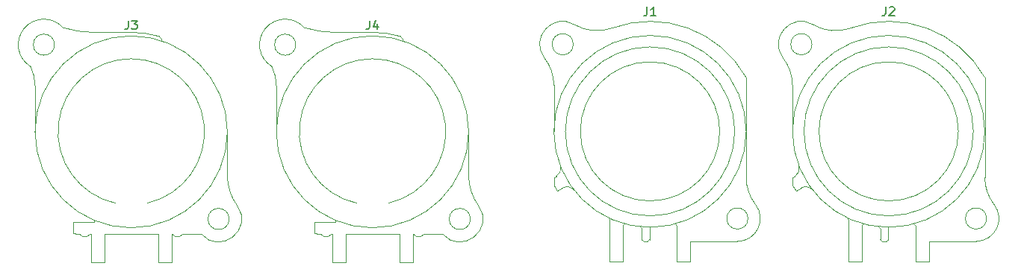
<source format=gbr>
%TF.GenerationSoftware,KiCad,Pcbnew,(7.0.0)*%
%TF.CreationDate,2023-11-09T23:31:26+01:00*%
%TF.ProjectId,xlr-inteface,786c722d-696e-4746-9566-6163652e6b69,rev?*%
%TF.SameCoordinates,Original*%
%TF.FileFunction,Legend,Top*%
%TF.FilePolarity,Positive*%
%FSLAX46Y46*%
G04 Gerber Fmt 4.6, Leading zero omitted, Abs format (unit mm)*
G04 Created by KiCad (PCBNEW (7.0.0)) date 2023-11-09 23:31:26*
%MOMM*%
%LPD*%
G01*
G04 APERTURE LIST*
%ADD10C,0.150000*%
%ADD11C,0.120000*%
G04 APERTURE END LIST*
D10*
%TO.C,J1*%
X96676666Y-21937380D02*
X96676666Y-22651666D01*
X96676666Y-22651666D02*
X96629047Y-22794523D01*
X96629047Y-22794523D02*
X96533809Y-22889761D01*
X96533809Y-22889761D02*
X96390952Y-22937380D01*
X96390952Y-22937380D02*
X96295714Y-22937380D01*
X97676666Y-22937380D02*
X97105238Y-22937380D01*
X97390952Y-22937380D02*
X97390952Y-21937380D01*
X97390952Y-21937380D02*
X97295714Y-22080238D01*
X97295714Y-22080238D02*
X97200476Y-22175476D01*
X97200476Y-22175476D02*
X97105238Y-22223095D01*
%TO.C,J4*%
X65214166Y-23487380D02*
X65214166Y-24201666D01*
X65214166Y-24201666D02*
X65166547Y-24344523D01*
X65166547Y-24344523D02*
X65071309Y-24439761D01*
X65071309Y-24439761D02*
X64928452Y-24487380D01*
X64928452Y-24487380D02*
X64833214Y-24487380D01*
X66118928Y-23820714D02*
X66118928Y-24487380D01*
X65880833Y-23439761D02*
X65642738Y-24154047D01*
X65642738Y-24154047D02*
X66261785Y-24154047D01*
%TO.C,J2*%
X123726666Y-21937380D02*
X123726666Y-22651666D01*
X123726666Y-22651666D02*
X123679047Y-22794523D01*
X123679047Y-22794523D02*
X123583809Y-22889761D01*
X123583809Y-22889761D02*
X123440952Y-22937380D01*
X123440952Y-22937380D02*
X123345714Y-22937380D01*
X124155238Y-22032619D02*
X124202857Y-21985000D01*
X124202857Y-21985000D02*
X124298095Y-21937380D01*
X124298095Y-21937380D02*
X124536190Y-21937380D01*
X124536190Y-21937380D02*
X124631428Y-21985000D01*
X124631428Y-21985000D02*
X124679047Y-22032619D01*
X124679047Y-22032619D02*
X124726666Y-22127857D01*
X124726666Y-22127857D02*
X124726666Y-22223095D01*
X124726666Y-22223095D02*
X124679047Y-22365952D01*
X124679047Y-22365952D02*
X124107619Y-22937380D01*
X124107619Y-22937380D02*
X124726666Y-22937380D01*
%TO.C,J3*%
X37864166Y-23487380D02*
X37864166Y-24201666D01*
X37864166Y-24201666D02*
X37816547Y-24344523D01*
X37816547Y-24344523D02*
X37721309Y-24439761D01*
X37721309Y-24439761D02*
X37578452Y-24487380D01*
X37578452Y-24487380D02*
X37483214Y-24487380D01*
X38245119Y-23487380D02*
X38864166Y-23487380D01*
X38864166Y-23487380D02*
X38530833Y-23868333D01*
X38530833Y-23868333D02*
X38673690Y-23868333D01*
X38673690Y-23868333D02*
X38768928Y-23915952D01*
X38768928Y-23915952D02*
X38816547Y-23963571D01*
X38816547Y-23963571D02*
X38864166Y-24058809D01*
X38864166Y-24058809D02*
X38864166Y-24296904D01*
X38864166Y-24296904D02*
X38816547Y-24392142D01*
X38816547Y-24392142D02*
X38768928Y-24439761D01*
X38768928Y-24439761D02*
X38673690Y-24487380D01*
X38673690Y-24487380D02*
X38387976Y-24487380D01*
X38387976Y-24487380D02*
X38292738Y-24439761D01*
X38292738Y-24439761D02*
X38245119Y-24392142D01*
D11*
%TO.C,J1*%
X86110000Y-36070000D02*
X86110000Y-30830000D01*
X86110000Y-41330000D02*
X86380000Y-41180000D01*
X86110000Y-42190000D02*
X86110000Y-41330000D01*
X86500000Y-42830000D02*
X86110000Y-42190000D01*
X87110000Y-42490000D02*
X86500000Y-42830000D01*
X92450000Y-46100000D02*
X92450000Y-50870000D01*
X93950000Y-50870000D02*
X92450000Y-50870000D01*
X93950000Y-50870000D02*
X93950000Y-46800000D01*
X96070000Y-47110000D02*
X96070000Y-48370000D01*
X96750000Y-48570000D02*
X96270000Y-48570000D01*
X96950000Y-46970000D02*
X96950000Y-48370000D01*
X100070000Y-46800000D02*
X100070000Y-46800000D01*
X100070000Y-50870000D02*
X100070000Y-46800000D01*
X101570000Y-48570000D02*
X106910000Y-48570000D01*
X101570000Y-50870000D02*
X100070000Y-50870000D01*
X101570000Y-50870000D02*
X101570000Y-48570000D01*
X107910000Y-41310000D02*
X107910000Y-29950000D01*
X86110000Y-30830000D02*
G75*
G03*
X85053311Y-27752431I-5009993J2D01*
G01*
X88440000Y-23940001D02*
G75*
G03*
X85058021Y-27760968I-1330000J-2229999D01*
G01*
X86380000Y-41179999D02*
G75*
G03*
X86850785Y-40021372I-480000J869999D01*
G01*
X88407798Y-42763832D02*
G75*
G03*
X87110000Y-42490000I-807798J-616169D01*
G01*
X92450000Y-46100000D02*
G75*
G03*
X92383636Y-45940864I-199996J10002D01*
G01*
X107910000Y-29950000D02*
G75*
G03*
X92690950Y-24339263I-10899999J-6119998D01*
G01*
X88440000Y-23940000D02*
G75*
G03*
X92701919Y-24336158I2550000J4310003D01*
G01*
X94141697Y-46590798D02*
G75*
G03*
X93950000Y-46800000I18304J-209202D01*
G01*
X96069999Y-47110000D02*
G75*
G03*
X95911582Y-46914371I-200001J-1D01*
G01*
X96070000Y-48370000D02*
G75*
G03*
X96270000Y-48570000I200001J1D01*
G01*
X96750000Y-48570000D02*
G75*
G03*
X96950000Y-48370000I-1J200001D01*
G01*
X100069999Y-46800000D02*
G75*
G03*
X99870991Y-46590289I-209999J0D01*
G01*
X106910000Y-48570000D02*
G75*
G03*
X108961619Y-44372858I0J2600000D01*
G01*
X107910000Y-41310000D02*
G75*
G03*
X108962470Y-44375283I4990000J0D01*
G01*
X88310000Y-26170000D02*
G75*
G03*
X88310000Y-26170000I-1200000J0D01*
G01*
X104910000Y-36070000D02*
G75*
G03*
X104910000Y-36070000I-7900000J0D01*
G01*
X106610000Y-36070000D02*
G75*
G03*
X106610000Y-36070000I-9600000J0D01*
G01*
X107910000Y-36070000D02*
G75*
G03*
X107910000Y-36070000I-10900000J0D01*
G01*
X108110000Y-45970000D02*
G75*
G03*
X108110000Y-45970000I-1200000J0D01*
G01*
%TO.C,J4*%
X54647500Y-30880000D02*
X54647500Y-36120000D01*
X58997500Y-47650000D02*
X58997500Y-46370000D01*
X58997500Y-47650000D02*
X59497500Y-47720000D01*
X59497500Y-47720000D02*
X59677500Y-47720000D01*
X60987500Y-47720000D02*
X60917500Y-47720000D01*
X60987500Y-47720000D02*
X60987500Y-50920000D01*
X61307500Y-46370000D02*
X58997500Y-46370000D01*
X61307500Y-46370000D02*
X61307500Y-46170000D01*
X62487500Y-47720000D02*
X62487500Y-50920000D01*
X62487500Y-47720000D02*
X68607500Y-47720000D01*
X62487500Y-50920000D02*
X60987500Y-50920000D01*
X65547500Y-24820000D02*
X61207500Y-24820000D01*
X68607500Y-47720000D02*
X68607500Y-50920000D01*
X68947500Y-25760000D02*
X68947500Y-25570000D01*
X70107500Y-47720000D02*
X70107500Y-50920000D01*
X70107500Y-47720000D02*
X70177500Y-47720000D01*
X70107500Y-50920000D02*
X68607500Y-50920000D01*
X71417500Y-47720000D02*
X73477500Y-47720000D01*
X76447500Y-41070000D02*
X76447500Y-36120000D01*
X57797499Y-24270001D02*
G75*
G03*
X54148535Y-28705578I-2149999J-1949999D01*
G01*
X54647499Y-30880000D02*
G75*
G03*
X54152884Y-28711705I-5000002J-1D01*
G01*
X59677500Y-47720000D02*
G75*
G03*
X60916979Y-47720769I620000J420000D01*
G01*
X57803049Y-24274695D02*
G75*
G03*
X61207500Y-24820000I3404456J10354724D01*
G01*
X67372709Y-44216586D02*
G75*
G03*
X63737500Y-44220000I-1825209J8096586D01*
G01*
X68737958Y-25279752D02*
G75*
G03*
X65547500Y-24820000I-3190458J-10840248D01*
G01*
X68947500Y-25570000D02*
G75*
G03*
X68741732Y-25282323I-290000J10000D01*
G01*
X70177500Y-47720000D02*
G75*
G03*
X71416979Y-47720769I620000J420000D01*
G01*
X76447501Y-41070000D02*
G75*
G03*
X77552777Y-44492002I5849999J0D01*
G01*
X73477500Y-47720000D02*
G75*
G03*
X77552843Y-44490807I1970000J1700000D01*
G01*
X56847500Y-26220000D02*
G75*
G03*
X56847500Y-26220000I-1200000J0D01*
G01*
X76447500Y-36120000D02*
G75*
G03*
X76447500Y-36120000I-10900000J0D01*
G01*
X76647500Y-46020000D02*
G75*
G03*
X76647500Y-46020000I-1200000J0D01*
G01*
%TO.C,J2*%
X113160000Y-36070000D02*
X113160000Y-30830000D01*
X113160000Y-41330000D02*
X113430000Y-41180000D01*
X113160000Y-42190000D02*
X113160000Y-41330000D01*
X113550000Y-42830000D02*
X113160000Y-42190000D01*
X114160000Y-42490000D02*
X113550000Y-42830000D01*
X119500000Y-46100000D02*
X119500000Y-50870000D01*
X121000000Y-50870000D02*
X119500000Y-50870000D01*
X121000000Y-50870000D02*
X121000000Y-46800000D01*
X123120000Y-47110000D02*
X123120000Y-48370000D01*
X123800000Y-48570000D02*
X123320000Y-48570000D01*
X124000000Y-46970000D02*
X124000000Y-48370000D01*
X127120000Y-46800000D02*
X127120000Y-46800000D01*
X127120000Y-50870000D02*
X127120000Y-46800000D01*
X128620000Y-48570000D02*
X133960000Y-48570000D01*
X128620000Y-50870000D02*
X127120000Y-50870000D01*
X128620000Y-50870000D02*
X128620000Y-48570000D01*
X134960000Y-41310000D02*
X134960000Y-29950000D01*
X113160000Y-30830000D02*
G75*
G03*
X112103311Y-27752431I-5009993J2D01*
G01*
X115490000Y-23940001D02*
G75*
G03*
X112108021Y-27760968I-1330000J-2229999D01*
G01*
X113430000Y-41179999D02*
G75*
G03*
X113900785Y-40021372I-480000J869999D01*
G01*
X115457798Y-42763832D02*
G75*
G03*
X114160000Y-42490000I-807798J-616169D01*
G01*
X119500000Y-46100000D02*
G75*
G03*
X119433636Y-45940864I-199996J10002D01*
G01*
X134960000Y-29950000D02*
G75*
G03*
X119740950Y-24339263I-10899999J-6119998D01*
G01*
X115490000Y-23940000D02*
G75*
G03*
X119751919Y-24336158I2550000J4310003D01*
G01*
X121191697Y-46590798D02*
G75*
G03*
X121000000Y-46800000I18304J-209202D01*
G01*
X123119999Y-47110000D02*
G75*
G03*
X122961582Y-46914371I-200001J-1D01*
G01*
X123120000Y-48370000D02*
G75*
G03*
X123320000Y-48570000I200001J1D01*
G01*
X123800000Y-48570000D02*
G75*
G03*
X124000000Y-48370000I-1J200001D01*
G01*
X127119999Y-46800000D02*
G75*
G03*
X126920991Y-46590289I-209999J0D01*
G01*
X133960000Y-48570000D02*
G75*
G03*
X136011619Y-44372858I0J2600000D01*
G01*
X134960000Y-41310000D02*
G75*
G03*
X136012470Y-44375283I4990000J0D01*
G01*
X115360000Y-26170000D02*
G75*
G03*
X115360000Y-26170000I-1200000J0D01*
G01*
X131960000Y-36070000D02*
G75*
G03*
X131960000Y-36070000I-7900000J0D01*
G01*
X133660000Y-36070000D02*
G75*
G03*
X133660000Y-36070000I-9600000J0D01*
G01*
X134960000Y-36070000D02*
G75*
G03*
X134960000Y-36070000I-10900000J0D01*
G01*
X135160000Y-45970000D02*
G75*
G03*
X135160000Y-45970000I-1200000J0D01*
G01*
%TO.C,J3*%
X27297500Y-30880000D02*
X27297500Y-36120000D01*
X31647500Y-47650000D02*
X31647500Y-46370000D01*
X31647500Y-47650000D02*
X32147500Y-47720000D01*
X32147500Y-47720000D02*
X32327500Y-47720000D01*
X33637500Y-47720000D02*
X33567500Y-47720000D01*
X33637500Y-47720000D02*
X33637500Y-50920000D01*
X33957500Y-46370000D02*
X31647500Y-46370000D01*
X33957500Y-46370000D02*
X33957500Y-46170000D01*
X35137500Y-47720000D02*
X35137500Y-50920000D01*
X35137500Y-47720000D02*
X41257500Y-47720000D01*
X35137500Y-50920000D02*
X33637500Y-50920000D01*
X38197500Y-24820000D02*
X33857500Y-24820000D01*
X41257500Y-47720000D02*
X41257500Y-50920000D01*
X41597500Y-25760000D02*
X41597500Y-25570000D01*
X42757500Y-47720000D02*
X42757500Y-50920000D01*
X42757500Y-47720000D02*
X42827500Y-47720000D01*
X42757500Y-50920000D02*
X41257500Y-50920000D01*
X44067500Y-47720000D02*
X46127500Y-47720000D01*
X49097500Y-41070000D02*
X49097500Y-36120000D01*
X30447499Y-24270001D02*
G75*
G03*
X26798535Y-28705578I-2149999J-1949999D01*
G01*
X27297499Y-30880000D02*
G75*
G03*
X26802884Y-28711705I-5000002J-1D01*
G01*
X32327500Y-47720000D02*
G75*
G03*
X33566979Y-47720769I620000J420000D01*
G01*
X30453049Y-24274695D02*
G75*
G03*
X33857500Y-24820000I3404456J10354724D01*
G01*
X40022709Y-44216586D02*
G75*
G03*
X36387500Y-44220000I-1825209J8096586D01*
G01*
X41387958Y-25279752D02*
G75*
G03*
X38197500Y-24820000I-3190458J-10840248D01*
G01*
X41597500Y-25570000D02*
G75*
G03*
X41391732Y-25282323I-290000J10000D01*
G01*
X42827500Y-47720000D02*
G75*
G03*
X44066979Y-47720769I620000J420000D01*
G01*
X49097501Y-41070000D02*
G75*
G03*
X50202777Y-44492002I5849999J0D01*
G01*
X46127500Y-47720000D02*
G75*
G03*
X50202843Y-44490807I1970000J1700000D01*
G01*
X29497500Y-26220000D02*
G75*
G03*
X29497500Y-26220000I-1200000J0D01*
G01*
X49097500Y-36120000D02*
G75*
G03*
X49097500Y-36120000I-10900000J0D01*
G01*
X49297500Y-46020000D02*
G75*
G03*
X49297500Y-46020000I-1200000J0D01*
G01*
%TD*%
M02*

</source>
